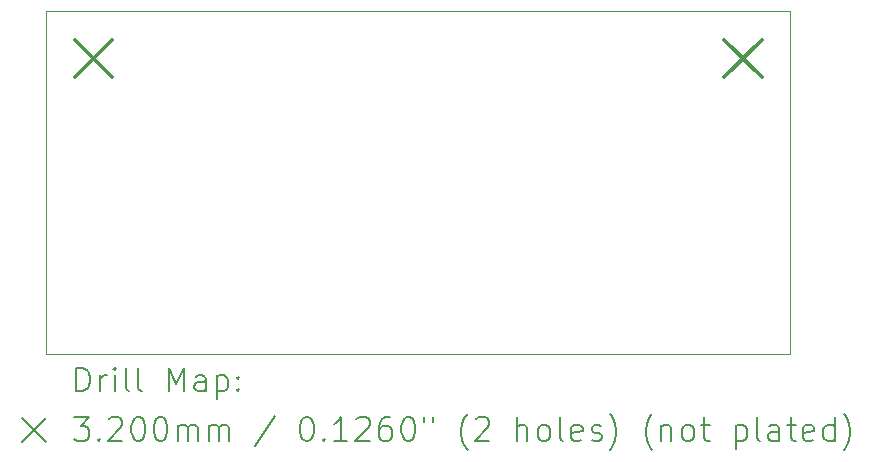
<source format=gbr>
%TF.GenerationSoftware,KiCad,Pcbnew,7.0.10*%
%TF.CreationDate,2024-11-24T13:25:58-08:00*%
%TF.ProjectId,LoopAntennaPreamp,4c6f6f70-416e-4746-956e-6e6150726561,rev?*%
%TF.SameCoordinates,Original*%
%TF.FileFunction,Drillmap*%
%TF.FilePolarity,Positive*%
%FSLAX45Y45*%
G04 Gerber Fmt 4.5, Leading zero omitted, Abs format (unit mm)*
G04 Created by KiCad (PCBNEW 7.0.10) date 2024-11-24 13:25:58*
%MOMM*%
%LPD*%
G01*
G04 APERTURE LIST*
%ADD10C,0.100000*%
%ADD11C,0.200000*%
%ADD12C,0.320000*%
G04 APERTURE END LIST*
D10*
X8759000Y-10578000D02*
X15059000Y-10578000D01*
X15059000Y-13478000D01*
X8759000Y-13478000D01*
X8759000Y-10578000D01*
D11*
D12*
X8999000Y-10818000D02*
X9319000Y-11138000D01*
X9319000Y-10818000D02*
X8999000Y-11138000D01*
X14499000Y-10818000D02*
X14819000Y-11138000D01*
X14819000Y-10818000D02*
X14499000Y-11138000D01*
D11*
X9014777Y-13794484D02*
X9014777Y-13594484D01*
X9014777Y-13594484D02*
X9062396Y-13594484D01*
X9062396Y-13594484D02*
X9090967Y-13604008D01*
X9090967Y-13604008D02*
X9110015Y-13623055D01*
X9110015Y-13623055D02*
X9119539Y-13642103D01*
X9119539Y-13642103D02*
X9129063Y-13680198D01*
X9129063Y-13680198D02*
X9129063Y-13708769D01*
X9129063Y-13708769D02*
X9119539Y-13746865D01*
X9119539Y-13746865D02*
X9110015Y-13765912D01*
X9110015Y-13765912D02*
X9090967Y-13784960D01*
X9090967Y-13784960D02*
X9062396Y-13794484D01*
X9062396Y-13794484D02*
X9014777Y-13794484D01*
X9214777Y-13794484D02*
X9214777Y-13661150D01*
X9214777Y-13699246D02*
X9224301Y-13680198D01*
X9224301Y-13680198D02*
X9233824Y-13670674D01*
X9233824Y-13670674D02*
X9252872Y-13661150D01*
X9252872Y-13661150D02*
X9271920Y-13661150D01*
X9338586Y-13794484D02*
X9338586Y-13661150D01*
X9338586Y-13594484D02*
X9329063Y-13604008D01*
X9329063Y-13604008D02*
X9338586Y-13613531D01*
X9338586Y-13613531D02*
X9348110Y-13604008D01*
X9348110Y-13604008D02*
X9338586Y-13594484D01*
X9338586Y-13594484D02*
X9338586Y-13613531D01*
X9462396Y-13794484D02*
X9443348Y-13784960D01*
X9443348Y-13784960D02*
X9433824Y-13765912D01*
X9433824Y-13765912D02*
X9433824Y-13594484D01*
X9567158Y-13794484D02*
X9548110Y-13784960D01*
X9548110Y-13784960D02*
X9538586Y-13765912D01*
X9538586Y-13765912D02*
X9538586Y-13594484D01*
X9795729Y-13794484D02*
X9795729Y-13594484D01*
X9795729Y-13594484D02*
X9862396Y-13737341D01*
X9862396Y-13737341D02*
X9929063Y-13594484D01*
X9929063Y-13594484D02*
X9929063Y-13794484D01*
X10110015Y-13794484D02*
X10110015Y-13689722D01*
X10110015Y-13689722D02*
X10100491Y-13670674D01*
X10100491Y-13670674D02*
X10081444Y-13661150D01*
X10081444Y-13661150D02*
X10043348Y-13661150D01*
X10043348Y-13661150D02*
X10024301Y-13670674D01*
X10110015Y-13784960D02*
X10090967Y-13794484D01*
X10090967Y-13794484D02*
X10043348Y-13794484D01*
X10043348Y-13794484D02*
X10024301Y-13784960D01*
X10024301Y-13784960D02*
X10014777Y-13765912D01*
X10014777Y-13765912D02*
X10014777Y-13746865D01*
X10014777Y-13746865D02*
X10024301Y-13727817D01*
X10024301Y-13727817D02*
X10043348Y-13718293D01*
X10043348Y-13718293D02*
X10090967Y-13718293D01*
X10090967Y-13718293D02*
X10110015Y-13708769D01*
X10205253Y-13661150D02*
X10205253Y-13861150D01*
X10205253Y-13670674D02*
X10224301Y-13661150D01*
X10224301Y-13661150D02*
X10262396Y-13661150D01*
X10262396Y-13661150D02*
X10281444Y-13670674D01*
X10281444Y-13670674D02*
X10290967Y-13680198D01*
X10290967Y-13680198D02*
X10300491Y-13699246D01*
X10300491Y-13699246D02*
X10300491Y-13756388D01*
X10300491Y-13756388D02*
X10290967Y-13775436D01*
X10290967Y-13775436D02*
X10281444Y-13784960D01*
X10281444Y-13784960D02*
X10262396Y-13794484D01*
X10262396Y-13794484D02*
X10224301Y-13794484D01*
X10224301Y-13794484D02*
X10205253Y-13784960D01*
X10386205Y-13775436D02*
X10395729Y-13784960D01*
X10395729Y-13784960D02*
X10386205Y-13794484D01*
X10386205Y-13794484D02*
X10376682Y-13784960D01*
X10376682Y-13784960D02*
X10386205Y-13775436D01*
X10386205Y-13775436D02*
X10386205Y-13794484D01*
X10386205Y-13670674D02*
X10395729Y-13680198D01*
X10395729Y-13680198D02*
X10386205Y-13689722D01*
X10386205Y-13689722D02*
X10376682Y-13680198D01*
X10376682Y-13680198D02*
X10386205Y-13670674D01*
X10386205Y-13670674D02*
X10386205Y-13689722D01*
X8554000Y-14023000D02*
X8754000Y-14223000D01*
X8754000Y-14023000D02*
X8554000Y-14223000D01*
X8995729Y-14014484D02*
X9119539Y-14014484D01*
X9119539Y-14014484D02*
X9052872Y-14090674D01*
X9052872Y-14090674D02*
X9081444Y-14090674D01*
X9081444Y-14090674D02*
X9100491Y-14100198D01*
X9100491Y-14100198D02*
X9110015Y-14109722D01*
X9110015Y-14109722D02*
X9119539Y-14128769D01*
X9119539Y-14128769D02*
X9119539Y-14176388D01*
X9119539Y-14176388D02*
X9110015Y-14195436D01*
X9110015Y-14195436D02*
X9100491Y-14204960D01*
X9100491Y-14204960D02*
X9081444Y-14214484D01*
X9081444Y-14214484D02*
X9024301Y-14214484D01*
X9024301Y-14214484D02*
X9005253Y-14204960D01*
X9005253Y-14204960D02*
X8995729Y-14195436D01*
X9205253Y-14195436D02*
X9214777Y-14204960D01*
X9214777Y-14204960D02*
X9205253Y-14214484D01*
X9205253Y-14214484D02*
X9195729Y-14204960D01*
X9195729Y-14204960D02*
X9205253Y-14195436D01*
X9205253Y-14195436D02*
X9205253Y-14214484D01*
X9290967Y-14033531D02*
X9300491Y-14024008D01*
X9300491Y-14024008D02*
X9319539Y-14014484D01*
X9319539Y-14014484D02*
X9367158Y-14014484D01*
X9367158Y-14014484D02*
X9386205Y-14024008D01*
X9386205Y-14024008D02*
X9395729Y-14033531D01*
X9395729Y-14033531D02*
X9405253Y-14052579D01*
X9405253Y-14052579D02*
X9405253Y-14071627D01*
X9405253Y-14071627D02*
X9395729Y-14100198D01*
X9395729Y-14100198D02*
X9281444Y-14214484D01*
X9281444Y-14214484D02*
X9405253Y-14214484D01*
X9529063Y-14014484D02*
X9548110Y-14014484D01*
X9548110Y-14014484D02*
X9567158Y-14024008D01*
X9567158Y-14024008D02*
X9576682Y-14033531D01*
X9576682Y-14033531D02*
X9586205Y-14052579D01*
X9586205Y-14052579D02*
X9595729Y-14090674D01*
X9595729Y-14090674D02*
X9595729Y-14138293D01*
X9595729Y-14138293D02*
X9586205Y-14176388D01*
X9586205Y-14176388D02*
X9576682Y-14195436D01*
X9576682Y-14195436D02*
X9567158Y-14204960D01*
X9567158Y-14204960D02*
X9548110Y-14214484D01*
X9548110Y-14214484D02*
X9529063Y-14214484D01*
X9529063Y-14214484D02*
X9510015Y-14204960D01*
X9510015Y-14204960D02*
X9500491Y-14195436D01*
X9500491Y-14195436D02*
X9490967Y-14176388D01*
X9490967Y-14176388D02*
X9481444Y-14138293D01*
X9481444Y-14138293D02*
X9481444Y-14090674D01*
X9481444Y-14090674D02*
X9490967Y-14052579D01*
X9490967Y-14052579D02*
X9500491Y-14033531D01*
X9500491Y-14033531D02*
X9510015Y-14024008D01*
X9510015Y-14024008D02*
X9529063Y-14014484D01*
X9719539Y-14014484D02*
X9738586Y-14014484D01*
X9738586Y-14014484D02*
X9757634Y-14024008D01*
X9757634Y-14024008D02*
X9767158Y-14033531D01*
X9767158Y-14033531D02*
X9776682Y-14052579D01*
X9776682Y-14052579D02*
X9786205Y-14090674D01*
X9786205Y-14090674D02*
X9786205Y-14138293D01*
X9786205Y-14138293D02*
X9776682Y-14176388D01*
X9776682Y-14176388D02*
X9767158Y-14195436D01*
X9767158Y-14195436D02*
X9757634Y-14204960D01*
X9757634Y-14204960D02*
X9738586Y-14214484D01*
X9738586Y-14214484D02*
X9719539Y-14214484D01*
X9719539Y-14214484D02*
X9700491Y-14204960D01*
X9700491Y-14204960D02*
X9690967Y-14195436D01*
X9690967Y-14195436D02*
X9681444Y-14176388D01*
X9681444Y-14176388D02*
X9671920Y-14138293D01*
X9671920Y-14138293D02*
X9671920Y-14090674D01*
X9671920Y-14090674D02*
X9681444Y-14052579D01*
X9681444Y-14052579D02*
X9690967Y-14033531D01*
X9690967Y-14033531D02*
X9700491Y-14024008D01*
X9700491Y-14024008D02*
X9719539Y-14014484D01*
X9871920Y-14214484D02*
X9871920Y-14081150D01*
X9871920Y-14100198D02*
X9881444Y-14090674D01*
X9881444Y-14090674D02*
X9900491Y-14081150D01*
X9900491Y-14081150D02*
X9929063Y-14081150D01*
X9929063Y-14081150D02*
X9948110Y-14090674D01*
X9948110Y-14090674D02*
X9957634Y-14109722D01*
X9957634Y-14109722D02*
X9957634Y-14214484D01*
X9957634Y-14109722D02*
X9967158Y-14090674D01*
X9967158Y-14090674D02*
X9986205Y-14081150D01*
X9986205Y-14081150D02*
X10014777Y-14081150D01*
X10014777Y-14081150D02*
X10033825Y-14090674D01*
X10033825Y-14090674D02*
X10043348Y-14109722D01*
X10043348Y-14109722D02*
X10043348Y-14214484D01*
X10138586Y-14214484D02*
X10138586Y-14081150D01*
X10138586Y-14100198D02*
X10148110Y-14090674D01*
X10148110Y-14090674D02*
X10167158Y-14081150D01*
X10167158Y-14081150D02*
X10195729Y-14081150D01*
X10195729Y-14081150D02*
X10214777Y-14090674D01*
X10214777Y-14090674D02*
X10224301Y-14109722D01*
X10224301Y-14109722D02*
X10224301Y-14214484D01*
X10224301Y-14109722D02*
X10233825Y-14090674D01*
X10233825Y-14090674D02*
X10252872Y-14081150D01*
X10252872Y-14081150D02*
X10281444Y-14081150D01*
X10281444Y-14081150D02*
X10300491Y-14090674D01*
X10300491Y-14090674D02*
X10310015Y-14109722D01*
X10310015Y-14109722D02*
X10310015Y-14214484D01*
X10700491Y-14004960D02*
X10529063Y-14262103D01*
X10957634Y-14014484D02*
X10976682Y-14014484D01*
X10976682Y-14014484D02*
X10995729Y-14024008D01*
X10995729Y-14024008D02*
X11005253Y-14033531D01*
X11005253Y-14033531D02*
X11014777Y-14052579D01*
X11014777Y-14052579D02*
X11024301Y-14090674D01*
X11024301Y-14090674D02*
X11024301Y-14138293D01*
X11024301Y-14138293D02*
X11014777Y-14176388D01*
X11014777Y-14176388D02*
X11005253Y-14195436D01*
X11005253Y-14195436D02*
X10995729Y-14204960D01*
X10995729Y-14204960D02*
X10976682Y-14214484D01*
X10976682Y-14214484D02*
X10957634Y-14214484D01*
X10957634Y-14214484D02*
X10938587Y-14204960D01*
X10938587Y-14204960D02*
X10929063Y-14195436D01*
X10929063Y-14195436D02*
X10919539Y-14176388D01*
X10919539Y-14176388D02*
X10910015Y-14138293D01*
X10910015Y-14138293D02*
X10910015Y-14090674D01*
X10910015Y-14090674D02*
X10919539Y-14052579D01*
X10919539Y-14052579D02*
X10929063Y-14033531D01*
X10929063Y-14033531D02*
X10938587Y-14024008D01*
X10938587Y-14024008D02*
X10957634Y-14014484D01*
X11110015Y-14195436D02*
X11119539Y-14204960D01*
X11119539Y-14204960D02*
X11110015Y-14214484D01*
X11110015Y-14214484D02*
X11100491Y-14204960D01*
X11100491Y-14204960D02*
X11110015Y-14195436D01*
X11110015Y-14195436D02*
X11110015Y-14214484D01*
X11310015Y-14214484D02*
X11195729Y-14214484D01*
X11252872Y-14214484D02*
X11252872Y-14014484D01*
X11252872Y-14014484D02*
X11233825Y-14043055D01*
X11233825Y-14043055D02*
X11214777Y-14062103D01*
X11214777Y-14062103D02*
X11195729Y-14071627D01*
X11386206Y-14033531D02*
X11395729Y-14024008D01*
X11395729Y-14024008D02*
X11414777Y-14014484D01*
X11414777Y-14014484D02*
X11462396Y-14014484D01*
X11462396Y-14014484D02*
X11481444Y-14024008D01*
X11481444Y-14024008D02*
X11490967Y-14033531D01*
X11490967Y-14033531D02*
X11500491Y-14052579D01*
X11500491Y-14052579D02*
X11500491Y-14071627D01*
X11500491Y-14071627D02*
X11490967Y-14100198D01*
X11490967Y-14100198D02*
X11376682Y-14214484D01*
X11376682Y-14214484D02*
X11500491Y-14214484D01*
X11671920Y-14014484D02*
X11633825Y-14014484D01*
X11633825Y-14014484D02*
X11614777Y-14024008D01*
X11614777Y-14024008D02*
X11605253Y-14033531D01*
X11605253Y-14033531D02*
X11586206Y-14062103D01*
X11586206Y-14062103D02*
X11576682Y-14100198D01*
X11576682Y-14100198D02*
X11576682Y-14176388D01*
X11576682Y-14176388D02*
X11586206Y-14195436D01*
X11586206Y-14195436D02*
X11595729Y-14204960D01*
X11595729Y-14204960D02*
X11614777Y-14214484D01*
X11614777Y-14214484D02*
X11652872Y-14214484D01*
X11652872Y-14214484D02*
X11671920Y-14204960D01*
X11671920Y-14204960D02*
X11681444Y-14195436D01*
X11681444Y-14195436D02*
X11690967Y-14176388D01*
X11690967Y-14176388D02*
X11690967Y-14128769D01*
X11690967Y-14128769D02*
X11681444Y-14109722D01*
X11681444Y-14109722D02*
X11671920Y-14100198D01*
X11671920Y-14100198D02*
X11652872Y-14090674D01*
X11652872Y-14090674D02*
X11614777Y-14090674D01*
X11614777Y-14090674D02*
X11595729Y-14100198D01*
X11595729Y-14100198D02*
X11586206Y-14109722D01*
X11586206Y-14109722D02*
X11576682Y-14128769D01*
X11814777Y-14014484D02*
X11833825Y-14014484D01*
X11833825Y-14014484D02*
X11852872Y-14024008D01*
X11852872Y-14024008D02*
X11862396Y-14033531D01*
X11862396Y-14033531D02*
X11871920Y-14052579D01*
X11871920Y-14052579D02*
X11881444Y-14090674D01*
X11881444Y-14090674D02*
X11881444Y-14138293D01*
X11881444Y-14138293D02*
X11871920Y-14176388D01*
X11871920Y-14176388D02*
X11862396Y-14195436D01*
X11862396Y-14195436D02*
X11852872Y-14204960D01*
X11852872Y-14204960D02*
X11833825Y-14214484D01*
X11833825Y-14214484D02*
X11814777Y-14214484D01*
X11814777Y-14214484D02*
X11795729Y-14204960D01*
X11795729Y-14204960D02*
X11786206Y-14195436D01*
X11786206Y-14195436D02*
X11776682Y-14176388D01*
X11776682Y-14176388D02*
X11767158Y-14138293D01*
X11767158Y-14138293D02*
X11767158Y-14090674D01*
X11767158Y-14090674D02*
X11776682Y-14052579D01*
X11776682Y-14052579D02*
X11786206Y-14033531D01*
X11786206Y-14033531D02*
X11795729Y-14024008D01*
X11795729Y-14024008D02*
X11814777Y-14014484D01*
X11957634Y-14014484D02*
X11957634Y-14052579D01*
X12033825Y-14014484D02*
X12033825Y-14052579D01*
X12329063Y-14290674D02*
X12319539Y-14281150D01*
X12319539Y-14281150D02*
X12300491Y-14252579D01*
X12300491Y-14252579D02*
X12290968Y-14233531D01*
X12290968Y-14233531D02*
X12281444Y-14204960D01*
X12281444Y-14204960D02*
X12271920Y-14157341D01*
X12271920Y-14157341D02*
X12271920Y-14119246D01*
X12271920Y-14119246D02*
X12281444Y-14071627D01*
X12281444Y-14071627D02*
X12290968Y-14043055D01*
X12290968Y-14043055D02*
X12300491Y-14024008D01*
X12300491Y-14024008D02*
X12319539Y-13995436D01*
X12319539Y-13995436D02*
X12329063Y-13985912D01*
X12395729Y-14033531D02*
X12405253Y-14024008D01*
X12405253Y-14024008D02*
X12424301Y-14014484D01*
X12424301Y-14014484D02*
X12471920Y-14014484D01*
X12471920Y-14014484D02*
X12490968Y-14024008D01*
X12490968Y-14024008D02*
X12500491Y-14033531D01*
X12500491Y-14033531D02*
X12510015Y-14052579D01*
X12510015Y-14052579D02*
X12510015Y-14071627D01*
X12510015Y-14071627D02*
X12500491Y-14100198D01*
X12500491Y-14100198D02*
X12386206Y-14214484D01*
X12386206Y-14214484D02*
X12510015Y-14214484D01*
X12748110Y-14214484D02*
X12748110Y-14014484D01*
X12833825Y-14214484D02*
X12833825Y-14109722D01*
X12833825Y-14109722D02*
X12824301Y-14090674D01*
X12824301Y-14090674D02*
X12805253Y-14081150D01*
X12805253Y-14081150D02*
X12776682Y-14081150D01*
X12776682Y-14081150D02*
X12757634Y-14090674D01*
X12757634Y-14090674D02*
X12748110Y-14100198D01*
X12957634Y-14214484D02*
X12938587Y-14204960D01*
X12938587Y-14204960D02*
X12929063Y-14195436D01*
X12929063Y-14195436D02*
X12919539Y-14176388D01*
X12919539Y-14176388D02*
X12919539Y-14119246D01*
X12919539Y-14119246D02*
X12929063Y-14100198D01*
X12929063Y-14100198D02*
X12938587Y-14090674D01*
X12938587Y-14090674D02*
X12957634Y-14081150D01*
X12957634Y-14081150D02*
X12986206Y-14081150D01*
X12986206Y-14081150D02*
X13005253Y-14090674D01*
X13005253Y-14090674D02*
X13014777Y-14100198D01*
X13014777Y-14100198D02*
X13024301Y-14119246D01*
X13024301Y-14119246D02*
X13024301Y-14176388D01*
X13024301Y-14176388D02*
X13014777Y-14195436D01*
X13014777Y-14195436D02*
X13005253Y-14204960D01*
X13005253Y-14204960D02*
X12986206Y-14214484D01*
X12986206Y-14214484D02*
X12957634Y-14214484D01*
X13138587Y-14214484D02*
X13119539Y-14204960D01*
X13119539Y-14204960D02*
X13110015Y-14185912D01*
X13110015Y-14185912D02*
X13110015Y-14014484D01*
X13290968Y-14204960D02*
X13271920Y-14214484D01*
X13271920Y-14214484D02*
X13233825Y-14214484D01*
X13233825Y-14214484D02*
X13214777Y-14204960D01*
X13214777Y-14204960D02*
X13205253Y-14185912D01*
X13205253Y-14185912D02*
X13205253Y-14109722D01*
X13205253Y-14109722D02*
X13214777Y-14090674D01*
X13214777Y-14090674D02*
X13233825Y-14081150D01*
X13233825Y-14081150D02*
X13271920Y-14081150D01*
X13271920Y-14081150D02*
X13290968Y-14090674D01*
X13290968Y-14090674D02*
X13300491Y-14109722D01*
X13300491Y-14109722D02*
X13300491Y-14128769D01*
X13300491Y-14128769D02*
X13205253Y-14147817D01*
X13376682Y-14204960D02*
X13395730Y-14214484D01*
X13395730Y-14214484D02*
X13433825Y-14214484D01*
X13433825Y-14214484D02*
X13452872Y-14204960D01*
X13452872Y-14204960D02*
X13462396Y-14185912D01*
X13462396Y-14185912D02*
X13462396Y-14176388D01*
X13462396Y-14176388D02*
X13452872Y-14157341D01*
X13452872Y-14157341D02*
X13433825Y-14147817D01*
X13433825Y-14147817D02*
X13405253Y-14147817D01*
X13405253Y-14147817D02*
X13386206Y-14138293D01*
X13386206Y-14138293D02*
X13376682Y-14119246D01*
X13376682Y-14119246D02*
X13376682Y-14109722D01*
X13376682Y-14109722D02*
X13386206Y-14090674D01*
X13386206Y-14090674D02*
X13405253Y-14081150D01*
X13405253Y-14081150D02*
X13433825Y-14081150D01*
X13433825Y-14081150D02*
X13452872Y-14090674D01*
X13529063Y-14290674D02*
X13538587Y-14281150D01*
X13538587Y-14281150D02*
X13557634Y-14252579D01*
X13557634Y-14252579D02*
X13567158Y-14233531D01*
X13567158Y-14233531D02*
X13576682Y-14204960D01*
X13576682Y-14204960D02*
X13586206Y-14157341D01*
X13586206Y-14157341D02*
X13586206Y-14119246D01*
X13586206Y-14119246D02*
X13576682Y-14071627D01*
X13576682Y-14071627D02*
X13567158Y-14043055D01*
X13567158Y-14043055D02*
X13557634Y-14024008D01*
X13557634Y-14024008D02*
X13538587Y-13995436D01*
X13538587Y-13995436D02*
X13529063Y-13985912D01*
X13890968Y-14290674D02*
X13881444Y-14281150D01*
X13881444Y-14281150D02*
X13862396Y-14252579D01*
X13862396Y-14252579D02*
X13852872Y-14233531D01*
X13852872Y-14233531D02*
X13843349Y-14204960D01*
X13843349Y-14204960D02*
X13833825Y-14157341D01*
X13833825Y-14157341D02*
X13833825Y-14119246D01*
X13833825Y-14119246D02*
X13843349Y-14071627D01*
X13843349Y-14071627D02*
X13852872Y-14043055D01*
X13852872Y-14043055D02*
X13862396Y-14024008D01*
X13862396Y-14024008D02*
X13881444Y-13995436D01*
X13881444Y-13995436D02*
X13890968Y-13985912D01*
X13967158Y-14081150D02*
X13967158Y-14214484D01*
X13967158Y-14100198D02*
X13976682Y-14090674D01*
X13976682Y-14090674D02*
X13995730Y-14081150D01*
X13995730Y-14081150D02*
X14024301Y-14081150D01*
X14024301Y-14081150D02*
X14043349Y-14090674D01*
X14043349Y-14090674D02*
X14052872Y-14109722D01*
X14052872Y-14109722D02*
X14052872Y-14214484D01*
X14176682Y-14214484D02*
X14157634Y-14204960D01*
X14157634Y-14204960D02*
X14148111Y-14195436D01*
X14148111Y-14195436D02*
X14138587Y-14176388D01*
X14138587Y-14176388D02*
X14138587Y-14119246D01*
X14138587Y-14119246D02*
X14148111Y-14100198D01*
X14148111Y-14100198D02*
X14157634Y-14090674D01*
X14157634Y-14090674D02*
X14176682Y-14081150D01*
X14176682Y-14081150D02*
X14205253Y-14081150D01*
X14205253Y-14081150D02*
X14224301Y-14090674D01*
X14224301Y-14090674D02*
X14233825Y-14100198D01*
X14233825Y-14100198D02*
X14243349Y-14119246D01*
X14243349Y-14119246D02*
X14243349Y-14176388D01*
X14243349Y-14176388D02*
X14233825Y-14195436D01*
X14233825Y-14195436D02*
X14224301Y-14204960D01*
X14224301Y-14204960D02*
X14205253Y-14214484D01*
X14205253Y-14214484D02*
X14176682Y-14214484D01*
X14300492Y-14081150D02*
X14376682Y-14081150D01*
X14329063Y-14014484D02*
X14329063Y-14185912D01*
X14329063Y-14185912D02*
X14338587Y-14204960D01*
X14338587Y-14204960D02*
X14357634Y-14214484D01*
X14357634Y-14214484D02*
X14376682Y-14214484D01*
X14595730Y-14081150D02*
X14595730Y-14281150D01*
X14595730Y-14090674D02*
X14614777Y-14081150D01*
X14614777Y-14081150D02*
X14652873Y-14081150D01*
X14652873Y-14081150D02*
X14671920Y-14090674D01*
X14671920Y-14090674D02*
X14681444Y-14100198D01*
X14681444Y-14100198D02*
X14690968Y-14119246D01*
X14690968Y-14119246D02*
X14690968Y-14176388D01*
X14690968Y-14176388D02*
X14681444Y-14195436D01*
X14681444Y-14195436D02*
X14671920Y-14204960D01*
X14671920Y-14204960D02*
X14652873Y-14214484D01*
X14652873Y-14214484D02*
X14614777Y-14214484D01*
X14614777Y-14214484D02*
X14595730Y-14204960D01*
X14805253Y-14214484D02*
X14786206Y-14204960D01*
X14786206Y-14204960D02*
X14776682Y-14185912D01*
X14776682Y-14185912D02*
X14776682Y-14014484D01*
X14967158Y-14214484D02*
X14967158Y-14109722D01*
X14967158Y-14109722D02*
X14957634Y-14090674D01*
X14957634Y-14090674D02*
X14938587Y-14081150D01*
X14938587Y-14081150D02*
X14900492Y-14081150D01*
X14900492Y-14081150D02*
X14881444Y-14090674D01*
X14967158Y-14204960D02*
X14948111Y-14214484D01*
X14948111Y-14214484D02*
X14900492Y-14214484D01*
X14900492Y-14214484D02*
X14881444Y-14204960D01*
X14881444Y-14204960D02*
X14871920Y-14185912D01*
X14871920Y-14185912D02*
X14871920Y-14166865D01*
X14871920Y-14166865D02*
X14881444Y-14147817D01*
X14881444Y-14147817D02*
X14900492Y-14138293D01*
X14900492Y-14138293D02*
X14948111Y-14138293D01*
X14948111Y-14138293D02*
X14967158Y-14128769D01*
X15033825Y-14081150D02*
X15110015Y-14081150D01*
X15062396Y-14014484D02*
X15062396Y-14185912D01*
X15062396Y-14185912D02*
X15071920Y-14204960D01*
X15071920Y-14204960D02*
X15090968Y-14214484D01*
X15090968Y-14214484D02*
X15110015Y-14214484D01*
X15252873Y-14204960D02*
X15233825Y-14214484D01*
X15233825Y-14214484D02*
X15195730Y-14214484D01*
X15195730Y-14214484D02*
X15176682Y-14204960D01*
X15176682Y-14204960D02*
X15167158Y-14185912D01*
X15167158Y-14185912D02*
X15167158Y-14109722D01*
X15167158Y-14109722D02*
X15176682Y-14090674D01*
X15176682Y-14090674D02*
X15195730Y-14081150D01*
X15195730Y-14081150D02*
X15233825Y-14081150D01*
X15233825Y-14081150D02*
X15252873Y-14090674D01*
X15252873Y-14090674D02*
X15262396Y-14109722D01*
X15262396Y-14109722D02*
X15262396Y-14128769D01*
X15262396Y-14128769D02*
X15167158Y-14147817D01*
X15433825Y-14214484D02*
X15433825Y-14014484D01*
X15433825Y-14204960D02*
X15414777Y-14214484D01*
X15414777Y-14214484D02*
X15376682Y-14214484D01*
X15376682Y-14214484D02*
X15357634Y-14204960D01*
X15357634Y-14204960D02*
X15348111Y-14195436D01*
X15348111Y-14195436D02*
X15338587Y-14176388D01*
X15338587Y-14176388D02*
X15338587Y-14119246D01*
X15338587Y-14119246D02*
X15348111Y-14100198D01*
X15348111Y-14100198D02*
X15357634Y-14090674D01*
X15357634Y-14090674D02*
X15376682Y-14081150D01*
X15376682Y-14081150D02*
X15414777Y-14081150D01*
X15414777Y-14081150D02*
X15433825Y-14090674D01*
X15510015Y-14290674D02*
X15519539Y-14281150D01*
X15519539Y-14281150D02*
X15538587Y-14252579D01*
X15538587Y-14252579D02*
X15548111Y-14233531D01*
X15548111Y-14233531D02*
X15557634Y-14204960D01*
X15557634Y-14204960D02*
X15567158Y-14157341D01*
X15567158Y-14157341D02*
X15567158Y-14119246D01*
X15567158Y-14119246D02*
X15557634Y-14071627D01*
X15557634Y-14071627D02*
X15548111Y-14043055D01*
X15548111Y-14043055D02*
X15538587Y-14024008D01*
X15538587Y-14024008D02*
X15519539Y-13995436D01*
X15519539Y-13995436D02*
X15510015Y-13985912D01*
M02*

</source>
